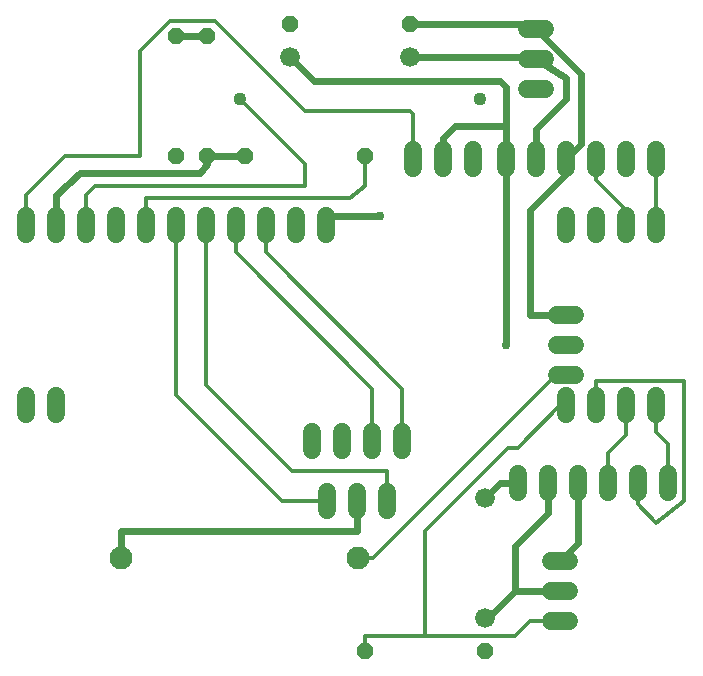
<source format=gbr>
G04 EAGLE Gerber RS-274X export*
G75*
%MOMM*%
%FSLAX34Y34*%
%LPD*%
%INBottom Copper*%
%IPPOS*%
%AMOC8*
5,1,8,0,0,1.08239X$1,22.5*%
G01*
%ADD10C,1.950000*%
%ADD11C,1.676400*%
%ADD12C,1.524000*%
%ADD13P,1.429621X8X22.500000*%
%ADD14P,1.429621X8X112.500000*%
%ADD15P,1.429621X8X202.500000*%
%ADD16C,1.108000*%
%ADD17C,0.304800*%
%ADD18C,0.609600*%
%ADD19C,0.756400*%


D10*
X352840Y104140D03*
X552840Y104140D03*
D11*
X596900Y528320D03*
X495300Y528320D03*
X660400Y53340D03*
X660400Y154940D03*
D12*
X271780Y226060D02*
X271780Y241300D01*
X297180Y241300D02*
X297180Y226060D01*
X721360Y309880D02*
X736600Y309880D01*
X736600Y284480D02*
X721360Y284480D01*
X721360Y259080D02*
X736600Y259080D01*
X577850Y160020D02*
X577850Y144780D01*
X552450Y144780D02*
X552450Y160020D01*
X527050Y160020D02*
X527050Y144780D01*
X805180Y434340D02*
X805180Y449580D01*
X779780Y449580D02*
X779780Y434340D01*
X754380Y434340D02*
X754380Y449580D01*
X728980Y449580D02*
X728980Y434340D01*
X703580Y434340D02*
X703580Y449580D01*
X678180Y449580D02*
X678180Y434340D01*
X815340Y175260D02*
X815340Y160020D01*
X789940Y160020D02*
X789940Y175260D01*
X764540Y175260D02*
X764540Y160020D01*
X739140Y160020D02*
X739140Y175260D01*
X713740Y175260D02*
X713740Y160020D01*
X688340Y160020D02*
X688340Y175260D01*
X590550Y195580D02*
X590550Y210820D01*
X565150Y210820D02*
X565150Y195580D01*
X539750Y195580D02*
X539750Y210820D01*
X514350Y210820D02*
X514350Y195580D01*
X271780Y378460D02*
X271780Y393700D01*
X297180Y393700D02*
X297180Y378460D01*
X322580Y378460D02*
X322580Y393700D01*
X347980Y393700D02*
X347980Y378460D01*
X373380Y378460D02*
X373380Y393700D01*
X398780Y393700D02*
X398780Y378460D01*
X424180Y378460D02*
X424180Y393700D01*
X449580Y393700D02*
X449580Y378460D01*
X474980Y378460D02*
X474980Y393700D01*
X500380Y393700D02*
X500380Y378460D01*
X525780Y378460D02*
X525780Y393700D01*
X728980Y393700D02*
X728980Y378460D01*
X754380Y378460D02*
X754380Y393700D01*
X779780Y393700D02*
X779780Y378460D01*
X805180Y378460D02*
X805180Y393700D01*
X728980Y241300D02*
X728980Y226060D01*
X754380Y226060D02*
X754380Y241300D01*
X779780Y241300D02*
X779780Y226060D01*
X805180Y226060D02*
X805180Y241300D01*
X650240Y434340D02*
X650240Y449580D01*
X624840Y449580D02*
X624840Y434340D01*
X599440Y434340D02*
X599440Y449580D01*
X695960Y501650D02*
X711200Y501650D01*
X711200Y527050D02*
X695960Y527050D01*
X695960Y552450D02*
X711200Y552450D01*
X716280Y50800D02*
X731520Y50800D01*
X731520Y76200D02*
X716280Y76200D01*
X716280Y101600D02*
X731520Y101600D01*
D13*
X495300Y556260D03*
X596900Y556260D03*
X558800Y25400D03*
X660400Y25400D03*
D14*
X425450Y444500D03*
X425450Y546100D03*
X398780Y444500D03*
X398780Y546100D03*
D15*
X558800Y444500D03*
X457200Y444500D03*
D16*
X453390Y492760D03*
X656590Y492760D03*
D17*
X698500Y50800D02*
X723900Y50800D01*
X698500Y50800D02*
X685800Y38100D01*
X609600Y38100D01*
X558800Y38100D01*
X558800Y25400D01*
X609600Y38100D02*
X609600Y127000D01*
X724408Y233680D02*
X728980Y233680D01*
X688594Y197866D02*
X680466Y197866D01*
X688594Y197866D02*
X724408Y233680D01*
X680466Y197866D02*
X609600Y127000D01*
D18*
X425450Y546100D02*
X398780Y546100D01*
X533400Y393700D02*
X571500Y393700D01*
D17*
X533400Y393700D02*
X525780Y386080D01*
D19*
X571500Y393700D03*
D18*
X596900Y528320D02*
X702310Y528320D01*
D17*
X703580Y527050D01*
D18*
X728980Y510540D02*
X728980Y492760D01*
X703580Y467360D01*
X703580Y441960D01*
X728980Y510540D02*
X703580Y527050D01*
D17*
X662940Y53340D02*
X660400Y53340D01*
D18*
X662940Y53340D02*
X685800Y76200D01*
X723900Y76200D01*
X685800Y76200D02*
X685800Y114300D01*
X713740Y142240D02*
X713740Y167640D01*
X713740Y142240D02*
X685800Y114300D01*
X515620Y508000D02*
X495300Y528320D01*
X515620Y508000D02*
X673100Y508000D01*
X678180Y502920D01*
X678180Y469900D01*
X678180Y441960D01*
X673100Y167640D02*
X688340Y167640D01*
X673100Y167640D02*
X660400Y154940D01*
X624840Y441960D02*
X624840Y459740D01*
X635000Y469900D01*
X678180Y469900D01*
X678180Y441960D02*
X678180Y284480D01*
D19*
X678180Y284480D03*
D17*
X304800Y444500D02*
X271780Y411480D01*
X368300Y533400D02*
X393700Y558800D01*
X431800Y558800D02*
X508000Y482600D01*
X596900Y482600D01*
X599440Y480060D01*
X599440Y441960D01*
X431800Y558800D02*
X393700Y558800D01*
X368300Y444500D02*
X304800Y444500D01*
X368300Y444500D02*
X368300Y533400D01*
X271780Y411480D02*
X271780Y386080D01*
X322580Y411480D02*
X330200Y419100D01*
X508000Y419100D01*
X508000Y438150D01*
X453390Y492760D01*
X322580Y411480D02*
X322580Y386080D01*
X398780Y386080D02*
X398780Y242570D01*
X488950Y152400D02*
X527050Y152400D01*
X488950Y152400D02*
X398780Y242570D01*
X577850Y177800D02*
X577850Y152400D01*
X497082Y177800D02*
X424180Y250702D01*
X497082Y177800D02*
X577850Y177800D01*
X424180Y250702D02*
X424180Y386080D01*
X565150Y247650D02*
X565150Y203200D01*
X449580Y363220D02*
X449580Y386080D01*
X449580Y363220D02*
X565150Y247650D01*
X590550Y247650D02*
X590550Y203200D01*
X474980Y363220D02*
X474980Y386080D01*
X474980Y363220D02*
X590550Y247650D01*
X764540Y193040D02*
X764540Y167640D01*
X779780Y208280D02*
X779780Y233680D01*
X779780Y208280D02*
X764540Y193040D01*
X815340Y200660D02*
X815340Y167640D01*
X805180Y210820D02*
X805180Y233680D01*
X805180Y210820D02*
X815340Y200660D01*
X789940Y167640D02*
X789940Y149860D01*
X805695Y134105D01*
X829310Y152400D01*
X829310Y254000D01*
X754380Y254000D01*
X754380Y233680D01*
X558800Y419100D02*
X558800Y444500D01*
X558800Y419100D02*
X546100Y408940D01*
X373380Y408940D01*
X373380Y386080D01*
D18*
X317500Y430530D02*
X297180Y411480D01*
X317500Y430530D02*
X419100Y430530D01*
X425450Y438150D01*
X425450Y444500D01*
X457200Y444500D01*
X596900Y556260D02*
X699770Y556260D01*
X703580Y552450D01*
X741680Y514350D01*
X741680Y454660D01*
X728980Y441960D01*
X739140Y116840D02*
X723900Y101600D01*
X739140Y116840D02*
X739140Y167640D01*
X552450Y152400D02*
X552450Y127000D01*
X352840Y127000D01*
X352840Y104140D01*
X728980Y429260D02*
X728980Y441960D01*
X728980Y429260D02*
X698500Y398780D01*
X698500Y309880D01*
X728980Y309880D01*
X297180Y386080D02*
X297180Y411480D01*
D17*
X805180Y386080D02*
X805180Y441960D01*
X779780Y398780D02*
X779780Y386080D01*
X779780Y398780D02*
X754380Y424180D01*
X754380Y441960D01*
X728980Y259080D02*
X720480Y259080D01*
X565540Y104140D02*
X552840Y104140D01*
X565540Y104140D02*
X720480Y259080D01*
M02*

</source>
